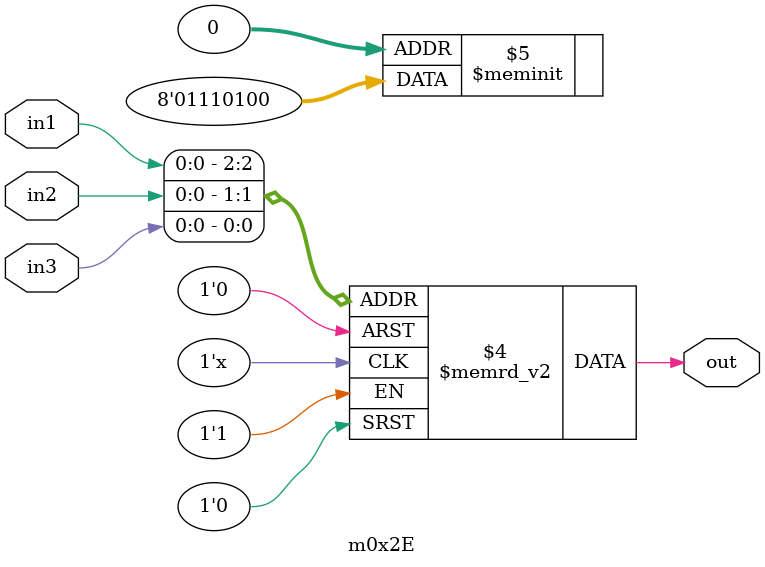
<source format=v>
module m0x2E(output out, input in1, in2, in3);

   always @(in1, in2, in3)
     begin
        case({in1, in2, in3})
          3'b000: {out} = 1'b0;
          3'b001: {out} = 1'b0;
          3'b010: {out} = 1'b1;
          3'b011: {out} = 1'b0;
          3'b100: {out} = 1'b1;
          3'b101: {out} = 1'b1;
          3'b110: {out} = 1'b1;
          3'b111: {out} = 1'b0;
        endcase // case ({in1, in2, in3})
     end // always @ (in1, in2, in3)

endmodule // m0x2E
</source>
